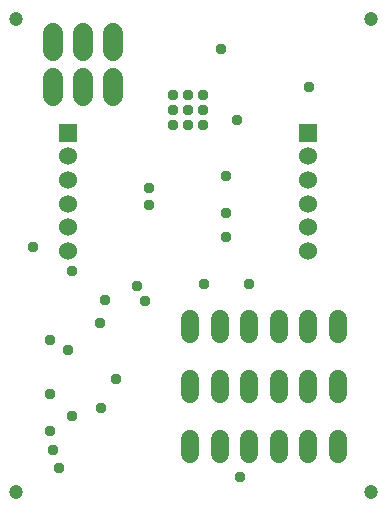
<source format=gbr>
G04 EAGLE Gerber X2 export*
%TF.Part,Single*%
%TF.FileFunction,Soldermask,Bot,1*%
%TF.FilePolarity,Negative*%
%TF.GenerationSoftware,Autodesk,EAGLE,9.1.0*%
%TF.CreationDate,2018-11-27T18:12:10Z*%
G75*
%MOMM*%
%FSLAX34Y34*%
%LPD*%
%AMOC8*
5,1,8,0,0,1.08239X$1,22.5*%
G01*
%ADD10C,1.203200*%
%ADD11R,1.524000X1.524000*%
%ADD12C,1.524000*%
%ADD13C,1.511200*%
%ADD14C,1.727200*%
%ADD15C,0.959600*%


D10*
X20000Y420000D03*
X20000Y20000D03*
X320000Y420000D03*
X320000Y20000D03*
D11*
X266700Y324000D03*
D12*
X266700Y304000D03*
X266700Y284000D03*
X266700Y264000D03*
X266700Y244000D03*
X266700Y224000D03*
D11*
X63500Y324000D03*
D12*
X63500Y304000D03*
X63500Y284000D03*
X63500Y264000D03*
X63500Y244000D03*
X63500Y224000D03*
D13*
X292100Y166240D02*
X292100Y153160D01*
X267100Y153160D02*
X267100Y166240D01*
X242100Y166240D02*
X242100Y153160D01*
X217100Y153160D02*
X217100Y166240D01*
X192100Y166240D02*
X192100Y153160D01*
X167100Y153160D02*
X167100Y166240D01*
X292100Y64640D02*
X292100Y51560D01*
X267100Y51560D02*
X267100Y64640D01*
X242100Y64640D02*
X242100Y51560D01*
X217100Y51560D02*
X217100Y64640D01*
X192100Y64640D02*
X192100Y51560D01*
X167100Y51560D02*
X167100Y64640D01*
X292100Y102360D02*
X292100Y115440D01*
X267100Y115440D02*
X267100Y102360D01*
X242100Y102360D02*
X242100Y115440D01*
X217100Y115440D02*
X217100Y102360D01*
X192100Y102360D02*
X192100Y115440D01*
X167100Y115440D02*
X167100Y102360D01*
D14*
X101600Y393380D02*
X101600Y408620D01*
X76200Y408620D02*
X76200Y393380D01*
X50800Y393380D02*
X50800Y408620D01*
X101600Y370520D02*
X101600Y355280D01*
X76200Y355280D02*
X76200Y370520D01*
X50800Y370520D02*
X50800Y355280D01*
D15*
X177800Y330200D03*
X165100Y330200D03*
X152400Y330200D03*
X152400Y342900D03*
X165100Y342900D03*
X177800Y342900D03*
X177800Y355600D03*
X165100Y355600D03*
X152400Y355600D03*
X48633Y102921D03*
X104052Y115362D03*
X193401Y394719D03*
X178698Y195663D03*
X66729Y83694D03*
X209235Y32799D03*
X206973Y334776D03*
X132327Y277571D03*
X91611Y90480D03*
X95004Y182091D03*
X66729Y206973D03*
X33930Y227331D03*
X128934Y181615D03*
X197925Y255606D03*
X268047Y363051D03*
X132327Y262392D03*
X48633Y71253D03*
X217152Y195663D03*
X55895Y40240D03*
X50895Y55419D03*
X48633Y148161D03*
X197925Y287274D03*
X90480Y162864D03*
X122148Y194532D03*
X63336Y140244D03*
X197925Y235248D03*
M02*

</source>
